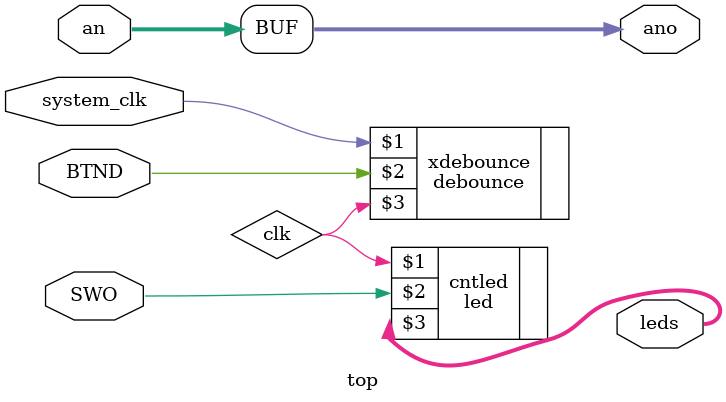
<source format=v>
module top (an,ano,BTND,system_clk,SWO,leds);
input BTND,system_clk,SWO;
input [3:0] an;
output [6:0] leds;
output [3:0]ano;
assign ano=an;
wire [6:0] leds;
wire clk;
debounce xdebounce(system_clk,BTND,clk);
led cntled(clk,SWO,leds);
endmodule
</source>
